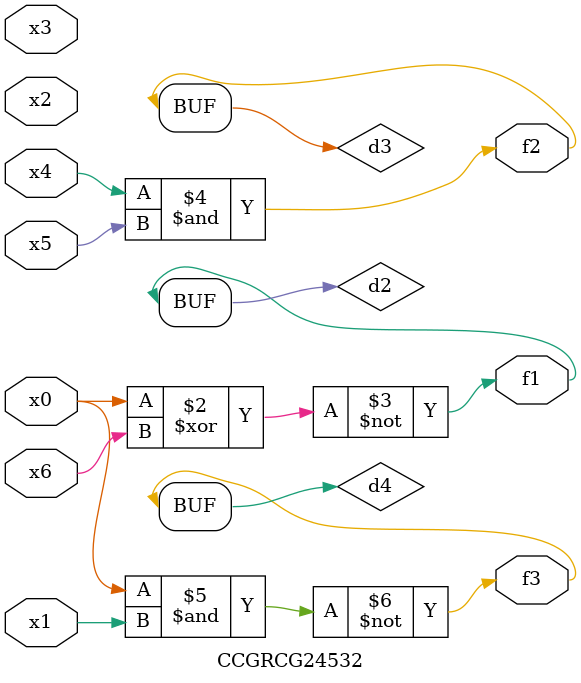
<source format=v>
module CCGRCG24532(
	input x0, x1, x2, x3, x4, x5, x6,
	output f1, f2, f3
);

	wire d1, d2, d3, d4;

	nor (d1, x0);
	xnor (d2, x0, x6);
	and (d3, x4, x5);
	nand (d4, x0, x1);
	assign f1 = d2;
	assign f2 = d3;
	assign f3 = d4;
endmodule

</source>
